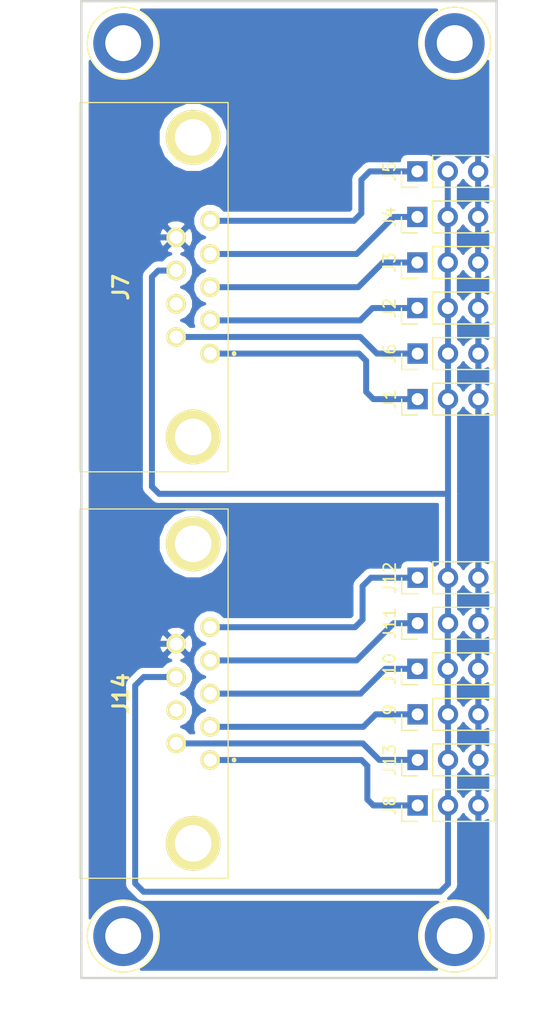
<source format=kicad_pcb>
(kicad_pcb (version 20171130) (host pcbnew "(5.0.0-3-g5ebb6b6)")

  (general
    (thickness 1.6)
    (drawings 4)
    (tracks 98)
    (zones 0)
    (modules 18)
    (nets 17)
  )

  (page A4)
  (layers
    (0 F.Cu signal)
    (31 B.Cu signal)
    (32 B.Adhes user)
    (33 F.Adhes user)
    (34 B.Paste user)
    (35 F.Paste user)
    (36 B.SilkS user hide)
    (37 F.SilkS user)
    (38 B.Mask user hide)
    (39 F.Mask user hide)
    (40 Dwgs.User user)
    (41 Cmts.User user)
    (42 Eco1.User user)
    (43 Eco2.User user)
    (44 Edge.Cuts user)
    (45 Margin user)
    (46 B.CrtYd user)
    (47 F.CrtYd user)
    (48 B.Fab user)
    (49 F.Fab user)
  )

  (setup
    (last_trace_width 0.5)
    (trace_clearance 0.2)
    (zone_clearance 0.508)
    (zone_45_only no)
    (trace_min 0.2)
    (segment_width 0.2)
    (edge_width 0.15)
    (via_size 1.3)
    (via_drill 0.7)
    (via_min_size 0.4)
    (via_min_drill 0.3)
    (uvia_size 0.3)
    (uvia_drill 0.1)
    (uvias_allowed no)
    (uvia_min_size 0.2)
    (uvia_min_drill 0.1)
    (pcb_text_width 0.3)
    (pcb_text_size 1.5 1.5)
    (mod_edge_width 0.15)
    (mod_text_size 1 1)
    (mod_text_width 0.15)
    (pad_size 5 5)
    (pad_drill 3)
    (pad_to_mask_clearance 0.2)
    (aux_axis_origin 0 0)
    (visible_elements FFFFFF7F)
    (pcbplotparams
      (layerselection 0x010fc_ffffffff)
      (usegerberextensions false)
      (usegerberattributes false)
      (usegerberadvancedattributes false)
      (creategerberjobfile false)
      (excludeedgelayer true)
      (linewidth 0.100000)
      (plotframeref false)
      (viasonmask false)
      (mode 1)
      (useauxorigin false)
      (hpglpennumber 1)
      (hpglpenspeed 20)
      (hpglpendiameter 15.000000)
      (psnegative false)
      (psa4output false)
      (plotreference true)
      (plotvalue true)
      (plotinvisibletext false)
      (padsonsilk false)
      (subtractmaskfromsilk false)
      (outputformat 1)
      (mirror false)
      (drillshape 1)
      (scaleselection 1)
      (outputdirectory ""))
  )

  (net 0 "")
  (net 1 "Net-(J1-Pad1)")
  (net 2 +12V)
  (net 3 GND)
  (net 4 "Net-(J2-Pad1)")
  (net 5 "Net-(J3-Pad1)")
  (net 6 "Net-(J4-Pad1)")
  (net 7 "Net-(J5-Pad1)")
  (net 8 "Net-(J6-Pad1)")
  (net 9 "Net-(J7-Pad7)")
  (net 10 "Net-(J14-Pad1)")
  (net 11 "Net-(J14-Pad2)")
  (net 12 "Net-(J10-Pad1)")
  (net 13 "Net-(J11-Pad1)")
  (net 14 "Net-(J12-Pad1)")
  (net 15 "Net-(J13-Pad1)")
  (net 16 "Net-(J14-Pad7)")

  (net_class Default "This is the default net class."
    (clearance 0.2)
    (trace_width 0.5)
    (via_dia 1.3)
    (via_drill 0.7)
    (uvia_dia 0.3)
    (uvia_drill 0.1)
    (add_net +12V)
    (add_net GND)
    (add_net "Net-(J1-Pad1)")
    (add_net "Net-(J10-Pad1)")
    (add_net "Net-(J11-Pad1)")
    (add_net "Net-(J12-Pad1)")
    (add_net "Net-(J13-Pad1)")
    (add_net "Net-(J14-Pad1)")
    (add_net "Net-(J14-Pad2)")
    (add_net "Net-(J14-Pad7)")
    (add_net "Net-(J2-Pad1)")
    (add_net "Net-(J3-Pad1)")
    (add_net "Net-(J4-Pad1)")
    (add_net "Net-(J5-Pad1)")
    (add_net "Net-(J6-Pad1)")
    (add_net "Net-(J7-Pad7)")
  )

  (module Connector:Banana_Jack_1Pin (layer F.Cu) (tedit 5DA7001B) (tstamp 5DB36151)
    (at 59.2 92)
    (descr "Single banana socket, footprint - 6mm drill")
    (tags "banana socket")
    (fp_text reference REF** (at 0.5 0) (layer F.SilkS) hide
      (effects (font (size 1 1) (thickness 0.15)))
    )
    (fp_text value Banana_Jack_1Pin (at -0.25 6.5) (layer F.Fab)
      (effects (font (size 1 1) (thickness 0.15)))
    )
    (fp_text user %R (at 0 0) (layer F.Fab)
      (effects (font (size 0.8 0.8) (thickness 0.12)))
    )
    (fp_circle (center 0 0) (end 3.3 0) (layer F.CrtYd) (width 0.05))
    (fp_circle (center 0 0) (end 2 0) (layer F.Fab) (width 0.1))
    (fp_circle (center 0 0) (end 3.2 0) (layer F.Fab) (width 0.1))
    (fp_circle (center 0 0) (end 3 0) (layer F.SilkS) (width 0.12))
    (pad 3 thru_hole circle (at 0 0) (size 5 5) (drill 3) (layers *.Cu *.Mask))
    (model ${KISYS3DMOD}/Connector.3dshapes/Banana_Jack_1Pin.wrl
      (at (xyz 0 0 0))
      (scale (xyz 2 2 2))
      (rotate (xyz 0 0 0))
    )
  )

  (module Connector:Banana_Jack_1Pin (layer F.Cu) (tedit 5DA70027) (tstamp 5DB36148)
    (at 31.5 92)
    (descr "Single banana socket, footprint - 6mm drill")
    (tags "banana socket")
    (fp_text reference REF** (at 0 0) (layer F.SilkS) hide
      (effects (font (size 1 1) (thickness 0.15)))
    )
    (fp_text value Banana_Jack_1Pin (at -0.25 6.5) (layer F.Fab)
      (effects (font (size 1 1) (thickness 0.15)))
    )
    (fp_circle (center 0 0) (end 3 0) (layer F.SilkS) (width 0.12))
    (fp_circle (center 0 0) (end 3.2 0) (layer F.Fab) (width 0.1))
    (fp_circle (center 0 0) (end 2 0) (layer F.Fab) (width 0.1))
    (fp_circle (center 0 0) (end 3.3 0) (layer F.CrtYd) (width 0.05))
    (fp_text user %R (at 0 0) (layer F.Fab)
      (effects (font (size 0.8 0.8) (thickness 0.12)))
    )
    (pad 4 thru_hole circle (at 0 0) (size 5 5) (drill 3) (layers *.Cu *.Mask))
    (model ${KISYS3DMOD}/Connector.3dshapes/Banana_Jack_1Pin.wrl
      (at (xyz 0 0 0))
      (scale (xyz 2 2 2))
      (rotate (xyz 0 0 0))
    )
  )

  (module Connector:Banana_Jack_1Pin (layer F.Cu) (tedit 5DA70011) (tstamp 5DB36122)
    (at 59.2 17.5)
    (descr "Single banana socket, footprint - 6mm drill")
    (tags "banana socket")
    (fp_text reference "#" (at 0 0) (layer F.SilkS) hide
      (effects (font (size 1 1) (thickness 0.15)))
    )
    (fp_text value Banana_Jack_1Pin (at -0.25 6.5) (layer F.Fab)
      (effects (font (size 1 1) (thickness 0.15)))
    )
    (fp_circle (center 0 0) (end 3 0) (layer F.SilkS) (width 0.12))
    (fp_circle (center 0 0) (end 3.2 0) (layer F.Fab) (width 0.1))
    (fp_circle (center 0 0) (end 2 0) (layer F.Fab) (width 0.1))
    (fp_circle (center 0 0) (end 3.3 0) (layer F.CrtYd) (width 0.05))
    (fp_text user %R (at 0 0) (layer F.Fab)
      (effects (font (size 0.8 0.8) (thickness 0.12)))
    )
    (pad 2 thru_hole circle (at 0 0) (size 5 5) (drill 3) (layers *.Cu *.Mask))
    (model ${KISYS3DMOD}/Connector.3dshapes/Banana_Jack_1Pin.wrl
      (at (xyz 0 0 0))
      (scale (xyz 2 2 2))
      (rotate (xyz 0 0 0))
    )
  )

  (module Connector_PinHeader_2.54mm:PinHeader_1x03_P2.54mm_Vertical (layer F.Cu) (tedit 5DA6FA29) (tstamp 5DA71E27)
    (at 56.1 47.2 90)
    (descr "Through hole straight pin header, 1x03, 2.54mm pitch, single row")
    (tags "Through hole pin header THT 1x03 2.54mm single row")
    (path /5DA6E55B)
    (fp_text reference J1 (at 0 -2.33 90) (layer F.SilkS)
      (effects (font (size 1 1) (thickness 0.15)))
    )
    (fp_text value Conn_01x03_Male (at 0 7.41 90) (layer F.Fab) hide
      (effects (font (size 1 1) (thickness 0.15)))
    )
    (fp_line (start -0.635 -1.27) (end 1.27 -1.27) (layer F.Fab) (width 0.1))
    (fp_line (start 1.27 -1.27) (end 1.27 6.35) (layer F.Fab) (width 0.1))
    (fp_line (start 1.27 6.35) (end -1.27 6.35) (layer F.Fab) (width 0.1))
    (fp_line (start -1.27 6.35) (end -1.27 -0.635) (layer F.Fab) (width 0.1))
    (fp_line (start -1.27 -0.635) (end -0.635 -1.27) (layer F.Fab) (width 0.1))
    (fp_line (start -1.33 6.41) (end 1.33 6.41) (layer F.SilkS) (width 0.12))
    (fp_line (start -1.33 1.27) (end -1.33 6.41) (layer F.SilkS) (width 0.12))
    (fp_line (start 1.33 1.27) (end 1.33 6.41) (layer F.SilkS) (width 0.12))
    (fp_line (start -1.33 1.27) (end 1.33 1.27) (layer F.SilkS) (width 0.12))
    (fp_line (start -1.33 0) (end -1.33 -1.33) (layer F.SilkS) (width 0.12))
    (fp_line (start -1.33 -1.33) (end 0 -1.33) (layer F.SilkS) (width 0.12))
    (fp_line (start -1.8 -1.8) (end -1.8 6.85) (layer F.CrtYd) (width 0.05))
    (fp_line (start -1.8 6.85) (end 1.8 6.85) (layer F.CrtYd) (width 0.05))
    (fp_line (start 1.8 6.85) (end 1.8 -1.8) (layer F.CrtYd) (width 0.05))
    (fp_line (start 1.8 -1.8) (end -1.8 -1.8) (layer F.CrtYd) (width 0.05))
    (fp_text user %R (at 0 2.54 180) (layer F.Fab)
      (effects (font (size 1 1) (thickness 0.15)))
    )
    (pad 1 thru_hole rect (at 0 0 90) (size 1.7 1.7) (drill 1) (layers *.Cu *.Mask)
      (net 1 "Net-(J1-Pad1)"))
    (pad 2 thru_hole oval (at 0 2.54 90) (size 1.7 1.7) (drill 1) (layers *.Cu *.Mask)
      (net 2 +12V))
    (pad 3 thru_hole oval (at 0 5.08 90) (size 1.7 1.7) (drill 1) (layers *.Cu *.Mask)
      (net 3 GND))
    (model ${KISYS3DMOD}/Connector_PinHeader_2.54mm.3dshapes/PinHeader_1x03_P2.54mm_Vertical.wrl
      (at (xyz 0 0 0))
      (scale (xyz 1 1 1))
      (rotate (xyz 0 0 0))
    )
  )

  (module Connector_PinHeader_2.54mm:PinHeader_1x03_P2.54mm_Vertical (layer F.Cu) (tedit 59FED5CC) (tstamp 5DA71DE5)
    (at 56.07929 39.6 90)
    (descr "Through hole straight pin header, 1x03, 2.54mm pitch, single row")
    (tags "Through hole pin header THT 1x03 2.54mm single row")
    (path /5DA6E64F)
    (fp_text reference J2 (at 0 -2.33 90) (layer F.SilkS)
      (effects (font (size 1 1) (thickness 0.15)))
    )
    (fp_text value Conn_01x03_Male (at 0 7.41 90) (layer F.Fab)
      (effects (font (size 1 1) (thickness 0.15)))
    )
    (fp_text user %R (at 0 2.54 180) (layer F.Fab)
      (effects (font (size 1 1) (thickness 0.15)))
    )
    (fp_line (start 1.8 -1.8) (end -1.8 -1.8) (layer F.CrtYd) (width 0.05))
    (fp_line (start 1.8 6.85) (end 1.8 -1.8) (layer F.CrtYd) (width 0.05))
    (fp_line (start -1.8 6.85) (end 1.8 6.85) (layer F.CrtYd) (width 0.05))
    (fp_line (start -1.8 -1.8) (end -1.8 6.85) (layer F.CrtYd) (width 0.05))
    (fp_line (start -1.33 -1.33) (end 0 -1.33) (layer F.SilkS) (width 0.12))
    (fp_line (start -1.33 0) (end -1.33 -1.33) (layer F.SilkS) (width 0.12))
    (fp_line (start -1.33 1.27) (end 1.33 1.27) (layer F.SilkS) (width 0.12))
    (fp_line (start 1.33 1.27) (end 1.33 6.41) (layer F.SilkS) (width 0.12))
    (fp_line (start -1.33 1.27) (end -1.33 6.41) (layer F.SilkS) (width 0.12))
    (fp_line (start -1.33 6.41) (end 1.33 6.41) (layer F.SilkS) (width 0.12))
    (fp_line (start -1.27 -0.635) (end -0.635 -1.27) (layer F.Fab) (width 0.1))
    (fp_line (start -1.27 6.35) (end -1.27 -0.635) (layer F.Fab) (width 0.1))
    (fp_line (start 1.27 6.35) (end -1.27 6.35) (layer F.Fab) (width 0.1))
    (fp_line (start 1.27 -1.27) (end 1.27 6.35) (layer F.Fab) (width 0.1))
    (fp_line (start -0.635 -1.27) (end 1.27 -1.27) (layer F.Fab) (width 0.1))
    (pad 3 thru_hole oval (at 0 5.08 90) (size 1.7 1.7) (drill 1) (layers *.Cu *.Mask)
      (net 3 GND))
    (pad 2 thru_hole oval (at 0 2.54 90) (size 1.7 1.7) (drill 1) (layers *.Cu *.Mask)
      (net 2 +12V))
    (pad 1 thru_hole rect (at 0 0 90) (size 1.7 1.7) (drill 1) (layers *.Cu *.Mask)
      (net 4 "Net-(J2-Pad1)"))
    (model ${KISYS3DMOD}/Connector_PinHeader_2.54mm.3dshapes/PinHeader_1x03_P2.54mm_Vertical.wrl
      (at (xyz 0 0 0))
      (scale (xyz 1 1 1))
      (rotate (xyz 0 0 0))
    )
  )

  (module Connector_PinHeader_2.54mm:PinHeader_1x03_P2.54mm_Vertical (layer F.Cu) (tedit 59FED5CC) (tstamp 5DA71D61)
    (at 56.07929 35.8 90)
    (descr "Through hole straight pin header, 1x03, 2.54mm pitch, single row")
    (tags "Through hole pin header THT 1x03 2.54mm single row")
    (path /5DA6E69B)
    (fp_text reference J3 (at 0 -2.33 90) (layer F.SilkS)
      (effects (font (size 1 1) (thickness 0.15)))
    )
    (fp_text value Conn_01x03_Male (at 0 7.41 90) (layer F.Fab)
      (effects (font (size 1 1) (thickness 0.15)))
    )
    (fp_line (start -0.635 -1.27) (end 1.27 -1.27) (layer F.Fab) (width 0.1))
    (fp_line (start 1.27 -1.27) (end 1.27 6.35) (layer F.Fab) (width 0.1))
    (fp_line (start 1.27 6.35) (end -1.27 6.35) (layer F.Fab) (width 0.1))
    (fp_line (start -1.27 6.35) (end -1.27 -0.635) (layer F.Fab) (width 0.1))
    (fp_line (start -1.27 -0.635) (end -0.635 -1.27) (layer F.Fab) (width 0.1))
    (fp_line (start -1.33 6.41) (end 1.33 6.41) (layer F.SilkS) (width 0.12))
    (fp_line (start -1.33 1.27) (end -1.33 6.41) (layer F.SilkS) (width 0.12))
    (fp_line (start 1.33 1.27) (end 1.33 6.41) (layer F.SilkS) (width 0.12))
    (fp_line (start -1.33 1.27) (end 1.33 1.27) (layer F.SilkS) (width 0.12))
    (fp_line (start -1.33 0) (end -1.33 -1.33) (layer F.SilkS) (width 0.12))
    (fp_line (start -1.33 -1.33) (end 0 -1.33) (layer F.SilkS) (width 0.12))
    (fp_line (start -1.8 -1.8) (end -1.8 6.85) (layer F.CrtYd) (width 0.05))
    (fp_line (start -1.8 6.85) (end 1.8 6.85) (layer F.CrtYd) (width 0.05))
    (fp_line (start 1.8 6.85) (end 1.8 -1.8) (layer F.CrtYd) (width 0.05))
    (fp_line (start 1.8 -1.8) (end -1.8 -1.8) (layer F.CrtYd) (width 0.05))
    (fp_text user %R (at 0 2.54 180) (layer F.Fab)
      (effects (font (size 1 1) (thickness 0.15)))
    )
    (pad 1 thru_hole rect (at 0 0 90) (size 1.7 1.7) (drill 1) (layers *.Cu *.Mask)
      (net 5 "Net-(J3-Pad1)"))
    (pad 2 thru_hole oval (at 0 2.54 90) (size 1.7 1.7) (drill 1) (layers *.Cu *.Mask)
      (net 2 +12V))
    (pad 3 thru_hole oval (at 0 5.08 90) (size 1.7 1.7) (drill 1) (layers *.Cu *.Mask)
      (net 3 GND))
    (model ${KISYS3DMOD}/Connector_PinHeader_2.54mm.3dshapes/PinHeader_1x03_P2.54mm_Vertical.wrl
      (at (xyz 0 0 0))
      (scale (xyz 1 1 1))
      (rotate (xyz 0 0 0))
    )
  )

  (module Connector_PinHeader_2.54mm:PinHeader_1x03_P2.54mm_Vertical (layer F.Cu) (tedit 59FED5CC) (tstamp 5DA71DA3)
    (at 56.07929 32 90)
    (descr "Through hole straight pin header, 1x03, 2.54mm pitch, single row")
    (tags "Through hole pin header THT 1x03 2.54mm single row")
    (path /5DA6E6A1)
    (fp_text reference J4 (at 0 -2.33 90) (layer F.SilkS)
      (effects (font (size 1 1) (thickness 0.15)))
    )
    (fp_text value Conn_01x03_Male (at 0 7.41 90) (layer F.Fab)
      (effects (font (size 1 1) (thickness 0.15)))
    )
    (fp_text user %R (at 0 2.54 180) (layer F.Fab)
      (effects (font (size 1 1) (thickness 0.15)))
    )
    (fp_line (start 1.8 -1.8) (end -1.8 -1.8) (layer F.CrtYd) (width 0.05))
    (fp_line (start 1.8 6.85) (end 1.8 -1.8) (layer F.CrtYd) (width 0.05))
    (fp_line (start -1.8 6.85) (end 1.8 6.85) (layer F.CrtYd) (width 0.05))
    (fp_line (start -1.8 -1.8) (end -1.8 6.85) (layer F.CrtYd) (width 0.05))
    (fp_line (start -1.33 -1.33) (end 0 -1.33) (layer F.SilkS) (width 0.12))
    (fp_line (start -1.33 0) (end -1.33 -1.33) (layer F.SilkS) (width 0.12))
    (fp_line (start -1.33 1.27) (end 1.33 1.27) (layer F.SilkS) (width 0.12))
    (fp_line (start 1.33 1.27) (end 1.33 6.41) (layer F.SilkS) (width 0.12))
    (fp_line (start -1.33 1.27) (end -1.33 6.41) (layer F.SilkS) (width 0.12))
    (fp_line (start -1.33 6.41) (end 1.33 6.41) (layer F.SilkS) (width 0.12))
    (fp_line (start -1.27 -0.635) (end -0.635 -1.27) (layer F.Fab) (width 0.1))
    (fp_line (start -1.27 6.35) (end -1.27 -0.635) (layer F.Fab) (width 0.1))
    (fp_line (start 1.27 6.35) (end -1.27 6.35) (layer F.Fab) (width 0.1))
    (fp_line (start 1.27 -1.27) (end 1.27 6.35) (layer F.Fab) (width 0.1))
    (fp_line (start -0.635 -1.27) (end 1.27 -1.27) (layer F.Fab) (width 0.1))
    (pad 3 thru_hole oval (at 0 5.08 90) (size 1.7 1.7) (drill 1) (layers *.Cu *.Mask)
      (net 3 GND))
    (pad 2 thru_hole oval (at 0 2.54 90) (size 1.7 1.7) (drill 1) (layers *.Cu *.Mask)
      (net 2 +12V))
    (pad 1 thru_hole rect (at 0 0 90) (size 1.7 1.7) (drill 1) (layers *.Cu *.Mask)
      (net 6 "Net-(J4-Pad1)"))
    (model ${KISYS3DMOD}/Connector_PinHeader_2.54mm.3dshapes/PinHeader_1x03_P2.54mm_Vertical.wrl
      (at (xyz 0 0 0))
      (scale (xyz 1 1 1))
      (rotate (xyz 0 0 0))
    )
  )

  (module Connector_PinHeader_2.54mm:PinHeader_1x03_P2.54mm_Vertical (layer F.Cu) (tedit 59FED5CC) (tstamp 5DA71D1F)
    (at 56.07929 28.2 90)
    (descr "Through hole straight pin header, 1x03, 2.54mm pitch, single row")
    (tags "Through hole pin header THT 1x03 2.54mm single row")
    (path /5DA6E6FD)
    (fp_text reference J5 (at 0 -2.33 90) (layer F.SilkS)
      (effects (font (size 1 1) (thickness 0.15)))
    )
    (fp_text value Conn_01x03_Male (at 0 7.41 90) (layer F.Fab)
      (effects (font (size 1 1) (thickness 0.15)))
    )
    (fp_line (start -0.635 -1.27) (end 1.27 -1.27) (layer F.Fab) (width 0.1))
    (fp_line (start 1.27 -1.27) (end 1.27 6.35) (layer F.Fab) (width 0.1))
    (fp_line (start 1.27 6.35) (end -1.27 6.35) (layer F.Fab) (width 0.1))
    (fp_line (start -1.27 6.35) (end -1.27 -0.635) (layer F.Fab) (width 0.1))
    (fp_line (start -1.27 -0.635) (end -0.635 -1.27) (layer F.Fab) (width 0.1))
    (fp_line (start -1.33 6.41) (end 1.33 6.41) (layer F.SilkS) (width 0.12))
    (fp_line (start -1.33 1.27) (end -1.33 6.41) (layer F.SilkS) (width 0.12))
    (fp_line (start 1.33 1.27) (end 1.33 6.41) (layer F.SilkS) (width 0.12))
    (fp_line (start -1.33 1.27) (end 1.33 1.27) (layer F.SilkS) (width 0.12))
    (fp_line (start -1.33 0) (end -1.33 -1.33) (layer F.SilkS) (width 0.12))
    (fp_line (start -1.33 -1.33) (end 0 -1.33) (layer F.SilkS) (width 0.12))
    (fp_line (start -1.8 -1.8) (end -1.8 6.85) (layer F.CrtYd) (width 0.05))
    (fp_line (start -1.8 6.85) (end 1.8 6.85) (layer F.CrtYd) (width 0.05))
    (fp_line (start 1.8 6.85) (end 1.8 -1.8) (layer F.CrtYd) (width 0.05))
    (fp_line (start 1.8 -1.8) (end -1.8 -1.8) (layer F.CrtYd) (width 0.05))
    (fp_text user %R (at 0 2.54 180) (layer F.Fab)
      (effects (font (size 1 1) (thickness 0.15)))
    )
    (pad 1 thru_hole rect (at 0 0 90) (size 1.7 1.7) (drill 1) (layers *.Cu *.Mask)
      (net 7 "Net-(J5-Pad1)"))
    (pad 2 thru_hole oval (at 0 2.54 90) (size 1.7 1.7) (drill 1) (layers *.Cu *.Mask)
      (net 2 +12V))
    (pad 3 thru_hole oval (at 0 5.08 90) (size 1.7 1.7) (drill 1) (layers *.Cu *.Mask)
      (net 3 GND))
    (model ${KISYS3DMOD}/Connector_PinHeader_2.54mm.3dshapes/PinHeader_1x03_P2.54mm_Vertical.wrl
      (at (xyz 0 0 0))
      (scale (xyz 1 1 1))
      (rotate (xyz 0 0 0))
    )
  )

  (module Connector_PinHeader_2.54mm:PinHeader_1x03_P2.54mm_Vertical (layer F.Cu) (tedit 59FED5CC) (tstamp 5DA71CDD)
    (at 56.1 43.4 90)
    (descr "Through hole straight pin header, 1x03, 2.54mm pitch, single row")
    (tags "Through hole pin header THT 1x03 2.54mm single row")
    (path /5DA6E703)
    (fp_text reference J6 (at 0 -2.33 90) (layer F.SilkS)
      (effects (font (size 1 1) (thickness 0.15)))
    )
    (fp_text value Conn_01x03_Male (at 0 7.41 90) (layer F.Fab)
      (effects (font (size 1 1) (thickness 0.15)))
    )
    (fp_text user %R (at 0 2.54 180) (layer F.Fab)
      (effects (font (size 1 1) (thickness 0.15)))
    )
    (fp_line (start 1.8 -1.8) (end -1.8 -1.8) (layer F.CrtYd) (width 0.05))
    (fp_line (start 1.8 6.85) (end 1.8 -1.8) (layer F.CrtYd) (width 0.05))
    (fp_line (start -1.8 6.85) (end 1.8 6.85) (layer F.CrtYd) (width 0.05))
    (fp_line (start -1.8 -1.8) (end -1.8 6.85) (layer F.CrtYd) (width 0.05))
    (fp_line (start -1.33 -1.33) (end 0 -1.33) (layer F.SilkS) (width 0.12))
    (fp_line (start -1.33 0) (end -1.33 -1.33) (layer F.SilkS) (width 0.12))
    (fp_line (start -1.33 1.27) (end 1.33 1.27) (layer F.SilkS) (width 0.12))
    (fp_line (start 1.33 1.27) (end 1.33 6.41) (layer F.SilkS) (width 0.12))
    (fp_line (start -1.33 1.27) (end -1.33 6.41) (layer F.SilkS) (width 0.12))
    (fp_line (start -1.33 6.41) (end 1.33 6.41) (layer F.SilkS) (width 0.12))
    (fp_line (start -1.27 -0.635) (end -0.635 -1.27) (layer F.Fab) (width 0.1))
    (fp_line (start -1.27 6.35) (end -1.27 -0.635) (layer F.Fab) (width 0.1))
    (fp_line (start 1.27 6.35) (end -1.27 6.35) (layer F.Fab) (width 0.1))
    (fp_line (start 1.27 -1.27) (end 1.27 6.35) (layer F.Fab) (width 0.1))
    (fp_line (start -0.635 -1.27) (end 1.27 -1.27) (layer F.Fab) (width 0.1))
    (pad 3 thru_hole oval (at 0 5.08 90) (size 1.7 1.7) (drill 1) (layers *.Cu *.Mask)
      (net 3 GND))
    (pad 2 thru_hole oval (at 0 2.54 90) (size 1.7 1.7) (drill 1) (layers *.Cu *.Mask)
      (net 2 +12V))
    (pad 1 thru_hole rect (at 0 0 90) (size 1.7 1.7) (drill 1) (layers *.Cu *.Mask)
      (net 8 "Net-(J6-Pad1)"))
    (model ${KISYS3DMOD}/Connector_PinHeader_2.54mm.3dshapes/PinHeader_1x03_P2.54mm_Vertical.wrl
      (at (xyz 0 0 0))
      (scale (xyz 1 1 1))
      (rotate (xyz 0 0 0))
    )
  )

  (module "DB9 Connector:182009213R531" (layer F.Cu) (tedit 5DA6F8FE) (tstamp 5DA71C83)
    (at 38.76429 43.400481 270)
    (descr 182-009-213R531-1)
    (tags Connector)
    (path /5DA6E837)
    (fp_text reference J7 (at -5.54 7.455 270) (layer F.SilkS)
      (effects (font (size 1.27 1.27) (thickness 0.254)))
    )
    (fp_text value DB9_Female (at -5.54 7.455 270) (layer F.SilkS) hide
      (effects (font (size 1.27 1.27) (thickness 0.254)))
    )
    (fp_line (start -20.945 -1.5) (end 9.865 -1.5) (layer Dwgs.User) (width 0.2))
    (fp_line (start 9.865 -1.5) (end 9.865 10.92) (layer Dwgs.User) (width 0.2))
    (fp_line (start 9.865 10.92) (end -20.945 10.92) (layer Dwgs.User) (width 0.2))
    (fp_line (start -20.945 10.92) (end -20.945 -1.5) (layer Dwgs.User) (width 0.2))
    (fp_line (start -13.69 10.92) (end 2.61 10.92) (layer Dwgs.User) (width 0.2))
    (fp_line (start 2.61 10.92) (end 2.61 17.01) (layer Dwgs.User) (width 0.2))
    (fp_line (start 2.61 17.01) (end -13.69 17.01) (layer Dwgs.User) (width 0.2))
    (fp_line (start -13.69 17.01) (end -13.69 10.92) (layer Dwgs.User) (width 0.2))
    (fp_line (start -20.945 -1.5) (end 9.865 -1.5) (layer F.SilkS) (width 0.1))
    (fp_line (start 9.865 -1.5) (end 9.865 10.92) (layer F.SilkS) (width 0.1))
    (fp_line (start 9.865 10.92) (end -20.945 10.92) (layer F.SilkS) (width 0.1))
    (fp_line (start -20.945 10.92) (end -20.945 -1.5) (layer F.SilkS) (width 0.1))
    (fp_line (start -21.445 -2.6) (end 10.365 -2.6) (layer Dwgs.User) (width 0.1))
    (fp_line (start 10.365 -2.6) (end 10.365 17.51) (layer Dwgs.User) (width 0.1))
    (fp_line (start 10.365 17.51) (end -21.445 17.51) (layer Dwgs.User) (width 0.1))
    (fp_line (start -21.445 17.51) (end -21.445 -2.6) (layer Dwgs.User) (width 0.1))
    (fp_line (start -0.1 -2) (end -0.1 -2) (layer F.SilkS) (width 0.2))
    (fp_line (start 0.1 -2) (end 0.1 -2) (layer F.SilkS) (width 0.2))
    (fp_arc (start 0 -2) (end -0.1 -2) (angle -180) (layer F.SilkS) (width 0.2))
    (fp_arc (start 0 -2) (end 0.1 -2) (angle -180) (layer F.SilkS) (width 0.2))
    (pad 1 thru_hole circle (at 0 0) (size 1.635 1.635) (drill 1.09) (layers *.Cu *.Mask F.SilkS)
      (net 1 "Net-(J1-Pad1)"))
    (pad 2 thru_hole circle (at -2.77 0) (size 1.635 1.635) (drill 1.09) (layers *.Cu *.Mask F.SilkS)
      (net 4 "Net-(J2-Pad1)"))
    (pad 3 thru_hole circle (at -5.54 0) (size 1.635 1.635) (drill 1.09) (layers *.Cu *.Mask F.SilkS)
      (net 5 "Net-(J3-Pad1)"))
    (pad 4 thru_hole circle (at -8.31 0) (size 1.635 1.635) (drill 1.09) (layers *.Cu *.Mask F.SilkS)
      (net 6 "Net-(J4-Pad1)"))
    (pad 5 thru_hole circle (at -11.08 0) (size 1.635 1.635) (drill 1.09) (layers *.Cu *.Mask F.SilkS)
      (net 7 "Net-(J5-Pad1)"))
    (pad 6 thru_hole circle (at -1.385 2.84) (size 1.635 1.635) (drill 1.09) (layers *.Cu *.Mask F.SilkS)
      (net 8 "Net-(J6-Pad1)"))
    (pad 7 thru_hole circle (at -4.155 2.84) (size 1.635 1.635) (drill 1.09) (layers *.Cu *.Mask F.SilkS)
      (net 9 "Net-(J7-Pad7)"))
    (pad 8 thru_hole circle (at -6.925 2.84) (size 1.635 1.635) (drill 1.09) (layers *.Cu *.Mask F.SilkS)
      (net 2 +12V))
    (pad 9 thru_hole circle (at -9.695 2.84) (size 1.635 1.635) (drill 1.09) (layers *.Cu *.Mask F.SilkS)
      (net 3 GND))
    (pad MH1 thru_hole circle (at 6.955 1.42) (size 4.575 4.575) (drill 3.05) (layers *.Cu *.Mask F.SilkS))
    (pad MH2 thru_hole circle (at -18.035 1.42) (size 4.575 4.575) (drill 3.05) (layers *.Cu *.Mask F.SilkS))
  )

  (module Connector_PinHeader_2.54mm:PinHeader_1x03_P2.54mm_Vertical (layer F.Cu) (tedit 59FED5CC) (tstamp 5DA7102B)
    (at 56.1 81.1 90)
    (descr "Through hole straight pin header, 1x03, 2.54mm pitch, single row")
    (tags "Through hole pin header THT 1x03 2.54mm single row")
    (path /5DA7C851)
    (fp_text reference J8 (at 0 -2.33 90) (layer F.SilkS)
      (effects (font (size 1 1) (thickness 0.15)))
    )
    (fp_text value Conn_01x03_Male (at 0 7.41 90) (layer F.Fab)
      (effects (font (size 1 1) (thickness 0.15)))
    )
    (fp_line (start -0.635 -1.27) (end 1.27 -1.27) (layer F.Fab) (width 0.1))
    (fp_line (start 1.27 -1.27) (end 1.27 6.35) (layer F.Fab) (width 0.1))
    (fp_line (start 1.27 6.35) (end -1.27 6.35) (layer F.Fab) (width 0.1))
    (fp_line (start -1.27 6.35) (end -1.27 -0.635) (layer F.Fab) (width 0.1))
    (fp_line (start -1.27 -0.635) (end -0.635 -1.27) (layer F.Fab) (width 0.1))
    (fp_line (start -1.33 6.41) (end 1.33 6.41) (layer F.SilkS) (width 0.12))
    (fp_line (start -1.33 1.27) (end -1.33 6.41) (layer F.SilkS) (width 0.12))
    (fp_line (start 1.33 1.27) (end 1.33 6.41) (layer F.SilkS) (width 0.12))
    (fp_line (start -1.33 1.27) (end 1.33 1.27) (layer F.SilkS) (width 0.12))
    (fp_line (start -1.33 0) (end -1.33 -1.33) (layer F.SilkS) (width 0.12))
    (fp_line (start -1.33 -1.33) (end 0 -1.33) (layer F.SilkS) (width 0.12))
    (fp_line (start -1.8 -1.8) (end -1.8 6.85) (layer F.CrtYd) (width 0.05))
    (fp_line (start -1.8 6.85) (end 1.8 6.85) (layer F.CrtYd) (width 0.05))
    (fp_line (start 1.8 6.85) (end 1.8 -1.8) (layer F.CrtYd) (width 0.05))
    (fp_line (start 1.8 -1.8) (end -1.8 -1.8) (layer F.CrtYd) (width 0.05))
    (fp_text user %R (at 0 2.54 180) (layer F.Fab)
      (effects (font (size 1 1) (thickness 0.15)))
    )
    (pad 1 thru_hole rect (at 0 0 90) (size 1.7 1.7) (drill 1) (layers *.Cu *.Mask)
      (net 10 "Net-(J14-Pad1)"))
    (pad 2 thru_hole oval (at 0 2.54 90) (size 1.7 1.7) (drill 1) (layers *.Cu *.Mask)
      (net 2 +12V))
    (pad 3 thru_hole oval (at 0 5.08 90) (size 1.7 1.7) (drill 1) (layers *.Cu *.Mask)
      (net 3 GND))
    (model ${KISYS3DMOD}/Connector_PinHeader_2.54mm.3dshapes/PinHeader_1x03_P2.54mm_Vertical.wrl
      (at (xyz 0 0 0))
      (scale (xyz 1 1 1))
      (rotate (xyz 0 0 0))
    )
  )

  (module Connector_PinHeader_2.54mm:PinHeader_1x03_P2.54mm_Vertical (layer F.Cu) (tedit 59FED5CC) (tstamp 5DA6FE1E)
    (at 56.1 73.5 90)
    (descr "Through hole straight pin header, 1x03, 2.54mm pitch, single row")
    (tags "Through hole pin header THT 1x03 2.54mm single row")
    (path /5DA7C857)
    (fp_text reference J9 (at 0 -2.33 90) (layer F.SilkS)
      (effects (font (size 1 1) (thickness 0.15)))
    )
    (fp_text value Conn_01x03_Male (at 0 7.41 90) (layer F.Fab)
      (effects (font (size 1 1) (thickness 0.15)))
    )
    (fp_text user %R (at 0 2.54 180) (layer F.Fab)
      (effects (font (size 1 1) (thickness 0.15)))
    )
    (fp_line (start 1.8 -1.8) (end -1.8 -1.8) (layer F.CrtYd) (width 0.05))
    (fp_line (start 1.8 6.85) (end 1.8 -1.8) (layer F.CrtYd) (width 0.05))
    (fp_line (start -1.8 6.85) (end 1.8 6.85) (layer F.CrtYd) (width 0.05))
    (fp_line (start -1.8 -1.8) (end -1.8 6.85) (layer F.CrtYd) (width 0.05))
    (fp_line (start -1.33 -1.33) (end 0 -1.33) (layer F.SilkS) (width 0.12))
    (fp_line (start -1.33 0) (end -1.33 -1.33) (layer F.SilkS) (width 0.12))
    (fp_line (start -1.33 1.27) (end 1.33 1.27) (layer F.SilkS) (width 0.12))
    (fp_line (start 1.33 1.27) (end 1.33 6.41) (layer F.SilkS) (width 0.12))
    (fp_line (start -1.33 1.27) (end -1.33 6.41) (layer F.SilkS) (width 0.12))
    (fp_line (start -1.33 6.41) (end 1.33 6.41) (layer F.SilkS) (width 0.12))
    (fp_line (start -1.27 -0.635) (end -0.635 -1.27) (layer F.Fab) (width 0.1))
    (fp_line (start -1.27 6.35) (end -1.27 -0.635) (layer F.Fab) (width 0.1))
    (fp_line (start 1.27 6.35) (end -1.27 6.35) (layer F.Fab) (width 0.1))
    (fp_line (start 1.27 -1.27) (end 1.27 6.35) (layer F.Fab) (width 0.1))
    (fp_line (start -0.635 -1.27) (end 1.27 -1.27) (layer F.Fab) (width 0.1))
    (pad 3 thru_hole oval (at 0 5.08 90) (size 1.7 1.7) (drill 1) (layers *.Cu *.Mask)
      (net 3 GND))
    (pad 2 thru_hole oval (at 0 2.54 90) (size 1.7 1.7) (drill 1) (layers *.Cu *.Mask)
      (net 2 +12V))
    (pad 1 thru_hole rect (at 0 0 90) (size 1.7 1.7) (drill 1) (layers *.Cu *.Mask)
      (net 11 "Net-(J14-Pad2)"))
    (model ${KISYS3DMOD}/Connector_PinHeader_2.54mm.3dshapes/PinHeader_1x03_P2.54mm_Vertical.wrl
      (at (xyz 0 0 0))
      (scale (xyz 1 1 1))
      (rotate (xyz 0 0 0))
    )
  )

  (module Connector_PinHeader_2.54mm:PinHeader_1x03_P2.54mm_Vertical (layer F.Cu) (tedit 59FED5CC) (tstamp 5DA6FE35)
    (at 56.07929 69.7 90)
    (descr "Through hole straight pin header, 1x03, 2.54mm pitch, single row")
    (tags "Through hole pin header THT 1x03 2.54mm single row")
    (path /5DA7C85D)
    (fp_text reference J10 (at 0 -2.33 90) (layer F.SilkS)
      (effects (font (size 1 1) (thickness 0.15)))
    )
    (fp_text value Conn_01x03_Male (at 0 7.41 90) (layer F.Fab)
      (effects (font (size 1 1) (thickness 0.15)))
    )
    (fp_line (start -0.635 -1.27) (end 1.27 -1.27) (layer F.Fab) (width 0.1))
    (fp_line (start 1.27 -1.27) (end 1.27 6.35) (layer F.Fab) (width 0.1))
    (fp_line (start 1.27 6.35) (end -1.27 6.35) (layer F.Fab) (width 0.1))
    (fp_line (start -1.27 6.35) (end -1.27 -0.635) (layer F.Fab) (width 0.1))
    (fp_line (start -1.27 -0.635) (end -0.635 -1.27) (layer F.Fab) (width 0.1))
    (fp_line (start -1.33 6.41) (end 1.33 6.41) (layer F.SilkS) (width 0.12))
    (fp_line (start -1.33 1.27) (end -1.33 6.41) (layer F.SilkS) (width 0.12))
    (fp_line (start 1.33 1.27) (end 1.33 6.41) (layer F.SilkS) (width 0.12))
    (fp_line (start -1.33 1.27) (end 1.33 1.27) (layer F.SilkS) (width 0.12))
    (fp_line (start -1.33 0) (end -1.33 -1.33) (layer F.SilkS) (width 0.12))
    (fp_line (start -1.33 -1.33) (end 0 -1.33) (layer F.SilkS) (width 0.12))
    (fp_line (start -1.8 -1.8) (end -1.8 6.85) (layer F.CrtYd) (width 0.05))
    (fp_line (start -1.8 6.85) (end 1.8 6.85) (layer F.CrtYd) (width 0.05))
    (fp_line (start 1.8 6.85) (end 1.8 -1.8) (layer F.CrtYd) (width 0.05))
    (fp_line (start 1.8 -1.8) (end -1.8 -1.8) (layer F.CrtYd) (width 0.05))
    (fp_text user %R (at 0 2.54 180) (layer F.Fab)
      (effects (font (size 1 1) (thickness 0.15)))
    )
    (pad 1 thru_hole rect (at 0 0 90) (size 1.7 1.7) (drill 1) (layers *.Cu *.Mask)
      (net 12 "Net-(J10-Pad1)"))
    (pad 2 thru_hole oval (at 0 2.54 90) (size 1.7 1.7) (drill 1) (layers *.Cu *.Mask)
      (net 2 +12V))
    (pad 3 thru_hole oval (at 0 5.08 90) (size 1.7 1.7) (drill 1) (layers *.Cu *.Mask)
      (net 3 GND))
    (model ${KISYS3DMOD}/Connector_PinHeader_2.54mm.3dshapes/PinHeader_1x03_P2.54mm_Vertical.wrl
      (at (xyz 0 0 0))
      (scale (xyz 1 1 1))
      (rotate (xyz 0 0 0))
    )
  )

  (module Connector_PinHeader_2.54mm:PinHeader_1x03_P2.54mm_Vertical (layer F.Cu) (tedit 59FED5CC) (tstamp 5DA6FE4C)
    (at 56.1 65.9 90)
    (descr "Through hole straight pin header, 1x03, 2.54mm pitch, single row")
    (tags "Through hole pin header THT 1x03 2.54mm single row")
    (path /5DA7C863)
    (fp_text reference J11 (at 0 -2.33 90) (layer F.SilkS)
      (effects (font (size 1 1) (thickness 0.15)))
    )
    (fp_text value Conn_01x03_Male (at 0 7.41 90) (layer F.Fab)
      (effects (font (size 1 1) (thickness 0.15)))
    )
    (fp_text user %R (at 0 2.54 180) (layer F.Fab)
      (effects (font (size 1 1) (thickness 0.15)))
    )
    (fp_line (start 1.8 -1.8) (end -1.8 -1.8) (layer F.CrtYd) (width 0.05))
    (fp_line (start 1.8 6.85) (end 1.8 -1.8) (layer F.CrtYd) (width 0.05))
    (fp_line (start -1.8 6.85) (end 1.8 6.85) (layer F.CrtYd) (width 0.05))
    (fp_line (start -1.8 -1.8) (end -1.8 6.85) (layer F.CrtYd) (width 0.05))
    (fp_line (start -1.33 -1.33) (end 0 -1.33) (layer F.SilkS) (width 0.12))
    (fp_line (start -1.33 0) (end -1.33 -1.33) (layer F.SilkS) (width 0.12))
    (fp_line (start -1.33 1.27) (end 1.33 1.27) (layer F.SilkS) (width 0.12))
    (fp_line (start 1.33 1.27) (end 1.33 6.41) (layer F.SilkS) (width 0.12))
    (fp_line (start -1.33 1.27) (end -1.33 6.41) (layer F.SilkS) (width 0.12))
    (fp_line (start -1.33 6.41) (end 1.33 6.41) (layer F.SilkS) (width 0.12))
    (fp_line (start -1.27 -0.635) (end -0.635 -1.27) (layer F.Fab) (width 0.1))
    (fp_line (start -1.27 6.35) (end -1.27 -0.635) (layer F.Fab) (width 0.1))
    (fp_line (start 1.27 6.35) (end -1.27 6.35) (layer F.Fab) (width 0.1))
    (fp_line (start 1.27 -1.27) (end 1.27 6.35) (layer F.Fab) (width 0.1))
    (fp_line (start -0.635 -1.27) (end 1.27 -1.27) (layer F.Fab) (width 0.1))
    (pad 3 thru_hole oval (at 0 5.08 90) (size 1.7 1.7) (drill 1) (layers *.Cu *.Mask)
      (net 3 GND))
    (pad 2 thru_hole oval (at 0 2.54 90) (size 1.7 1.7) (drill 1) (layers *.Cu *.Mask)
      (net 2 +12V))
    (pad 1 thru_hole rect (at 0 0 90) (size 1.7 1.7) (drill 1) (layers *.Cu *.Mask)
      (net 13 "Net-(J11-Pad1)"))
    (model ${KISYS3DMOD}/Connector_PinHeader_2.54mm.3dshapes/PinHeader_1x03_P2.54mm_Vertical.wrl
      (at (xyz 0 0 0))
      (scale (xyz 1 1 1))
      (rotate (xyz 0 0 0))
    )
  )

  (module Connector_PinHeader_2.54mm:PinHeader_1x03_P2.54mm_Vertical (layer F.Cu) (tedit 59FED5CC) (tstamp 5DA6FE63)
    (at 56.1 62.1 90)
    (descr "Through hole straight pin header, 1x03, 2.54mm pitch, single row")
    (tags "Through hole pin header THT 1x03 2.54mm single row")
    (path /5DA7C869)
    (fp_text reference J12 (at 0 -2.33 90) (layer F.SilkS)
      (effects (font (size 1 1) (thickness 0.15)))
    )
    (fp_text value Conn_01x03_Male (at 0 7.41 90) (layer F.Fab)
      (effects (font (size 1 1) (thickness 0.15)))
    )
    (fp_line (start -0.635 -1.27) (end 1.27 -1.27) (layer F.Fab) (width 0.1))
    (fp_line (start 1.27 -1.27) (end 1.27 6.35) (layer F.Fab) (width 0.1))
    (fp_line (start 1.27 6.35) (end -1.27 6.35) (layer F.Fab) (width 0.1))
    (fp_line (start -1.27 6.35) (end -1.27 -0.635) (layer F.Fab) (width 0.1))
    (fp_line (start -1.27 -0.635) (end -0.635 -1.27) (layer F.Fab) (width 0.1))
    (fp_line (start -1.33 6.41) (end 1.33 6.41) (layer F.SilkS) (width 0.12))
    (fp_line (start -1.33 1.27) (end -1.33 6.41) (layer F.SilkS) (width 0.12))
    (fp_line (start 1.33 1.27) (end 1.33 6.41) (layer F.SilkS) (width 0.12))
    (fp_line (start -1.33 1.27) (end 1.33 1.27) (layer F.SilkS) (width 0.12))
    (fp_line (start -1.33 0) (end -1.33 -1.33) (layer F.SilkS) (width 0.12))
    (fp_line (start -1.33 -1.33) (end 0 -1.33) (layer F.SilkS) (width 0.12))
    (fp_line (start -1.8 -1.8) (end -1.8 6.85) (layer F.CrtYd) (width 0.05))
    (fp_line (start -1.8 6.85) (end 1.8 6.85) (layer F.CrtYd) (width 0.05))
    (fp_line (start 1.8 6.85) (end 1.8 -1.8) (layer F.CrtYd) (width 0.05))
    (fp_line (start 1.8 -1.8) (end -1.8 -1.8) (layer F.CrtYd) (width 0.05))
    (fp_text user %R (at 0 2.54 180) (layer F.Fab)
      (effects (font (size 1 1) (thickness 0.15)))
    )
    (pad 1 thru_hole rect (at 0 0 90) (size 1.7 1.7) (drill 1) (layers *.Cu *.Mask)
      (net 14 "Net-(J12-Pad1)"))
    (pad 2 thru_hole oval (at 0 2.54 90) (size 1.7 1.7) (drill 1) (layers *.Cu *.Mask)
      (net 2 +12V))
    (pad 3 thru_hole oval (at 0 5.08 90) (size 1.7 1.7) (drill 1) (layers *.Cu *.Mask)
      (net 3 GND))
    (model ${KISYS3DMOD}/Connector_PinHeader_2.54mm.3dshapes/PinHeader_1x03_P2.54mm_Vertical.wrl
      (at (xyz 0 0 0))
      (scale (xyz 1 1 1))
      (rotate (xyz 0 0 0))
    )
  )

  (module Connector_PinHeader_2.54mm:PinHeader_1x03_P2.54mm_Vertical (layer F.Cu) (tedit 59FED5CC) (tstamp 5DA70E6B)
    (at 56.1 77.3 90)
    (descr "Through hole straight pin header, 1x03, 2.54mm pitch, single row")
    (tags "Through hole pin header THT 1x03 2.54mm single row")
    (path /5DA7C86F)
    (fp_text reference J13 (at 0 -2.33 90) (layer F.SilkS)
      (effects (font (size 1 1) (thickness 0.15)))
    )
    (fp_text value Conn_01x03_Male (at 0 7.41 90) (layer F.Fab)
      (effects (font (size 1 1) (thickness 0.15)))
    )
    (fp_text user %R (at 0 2.54 180) (layer F.Fab)
      (effects (font (size 1 1) (thickness 0.15)))
    )
    (fp_line (start 1.8 -1.8) (end -1.8 -1.8) (layer F.CrtYd) (width 0.05))
    (fp_line (start 1.8 6.85) (end 1.8 -1.8) (layer F.CrtYd) (width 0.05))
    (fp_line (start -1.8 6.85) (end 1.8 6.85) (layer F.CrtYd) (width 0.05))
    (fp_line (start -1.8 -1.8) (end -1.8 6.85) (layer F.CrtYd) (width 0.05))
    (fp_line (start -1.33 -1.33) (end 0 -1.33) (layer F.SilkS) (width 0.12))
    (fp_line (start -1.33 0) (end -1.33 -1.33) (layer F.SilkS) (width 0.12))
    (fp_line (start -1.33 1.27) (end 1.33 1.27) (layer F.SilkS) (width 0.12))
    (fp_line (start 1.33 1.27) (end 1.33 6.41) (layer F.SilkS) (width 0.12))
    (fp_line (start -1.33 1.27) (end -1.33 6.41) (layer F.SilkS) (width 0.12))
    (fp_line (start -1.33 6.41) (end 1.33 6.41) (layer F.SilkS) (width 0.12))
    (fp_line (start -1.27 -0.635) (end -0.635 -1.27) (layer F.Fab) (width 0.1))
    (fp_line (start -1.27 6.35) (end -1.27 -0.635) (layer F.Fab) (width 0.1))
    (fp_line (start 1.27 6.35) (end -1.27 6.35) (layer F.Fab) (width 0.1))
    (fp_line (start 1.27 -1.27) (end 1.27 6.35) (layer F.Fab) (width 0.1))
    (fp_line (start -0.635 -1.27) (end 1.27 -1.27) (layer F.Fab) (width 0.1))
    (pad 3 thru_hole oval (at 0 5.08 90) (size 1.7 1.7) (drill 1) (layers *.Cu *.Mask)
      (net 3 GND))
    (pad 2 thru_hole oval (at 0 2.54 90) (size 1.7 1.7) (drill 1) (layers *.Cu *.Mask)
      (net 2 +12V))
    (pad 1 thru_hole rect (at 0 0 90) (size 1.7 1.7) (drill 1) (layers *.Cu *.Mask)
      (net 15 "Net-(J13-Pad1)"))
    (model ${KISYS3DMOD}/Connector_PinHeader_2.54mm.3dshapes/PinHeader_1x03_P2.54mm_Vertical.wrl
      (at (xyz 0 0 0))
      (scale (xyz 1 1 1))
      (rotate (xyz 0 0 0))
    )
  )

  (module "DB9 Connector:182009213R531" (layer F.Cu) (tedit 5DA6F8FE) (tstamp 5DA6FE9D)
    (at 38.76429 77.310481 270)
    (descr 182-009-213R531-1)
    (tags Connector)
    (path /5DA7C875)
    (fp_text reference J14 (at -5.54 7.455 270) (layer F.SilkS)
      (effects (font (size 1.27 1.27) (thickness 0.254)))
    )
    (fp_text value DB9_Female (at -5.54 7.455 270) (layer F.SilkS) hide
      (effects (font (size 1.27 1.27) (thickness 0.254)))
    )
    (fp_arc (start 0 -2) (end 0.1 -2) (angle -180) (layer F.SilkS) (width 0.2))
    (fp_arc (start 0 -2) (end -0.1 -2) (angle -180) (layer F.SilkS) (width 0.2))
    (fp_line (start 0.1 -2) (end 0.1 -2) (layer F.SilkS) (width 0.2))
    (fp_line (start -0.1 -2) (end -0.1 -2) (layer F.SilkS) (width 0.2))
    (fp_line (start -21.445 17.51) (end -21.445 -2.6) (layer Dwgs.User) (width 0.1))
    (fp_line (start 10.365 17.51) (end -21.445 17.51) (layer Dwgs.User) (width 0.1))
    (fp_line (start 10.365 -2.6) (end 10.365 17.51) (layer Dwgs.User) (width 0.1))
    (fp_line (start -21.445 -2.6) (end 10.365 -2.6) (layer Dwgs.User) (width 0.1))
    (fp_line (start -20.945 10.92) (end -20.945 -1.5) (layer F.SilkS) (width 0.1))
    (fp_line (start 9.865 10.92) (end -20.945 10.92) (layer F.SilkS) (width 0.1))
    (fp_line (start 9.865 -1.5) (end 9.865 10.92) (layer F.SilkS) (width 0.1))
    (fp_line (start -20.945 -1.5) (end 9.865 -1.5) (layer F.SilkS) (width 0.1))
    (fp_line (start -13.69 17.01) (end -13.69 10.92) (layer Dwgs.User) (width 0.2))
    (fp_line (start 2.61 17.01) (end -13.69 17.01) (layer Dwgs.User) (width 0.2))
    (fp_line (start 2.61 10.92) (end 2.61 17.01) (layer Dwgs.User) (width 0.2))
    (fp_line (start -13.69 10.92) (end 2.61 10.92) (layer Dwgs.User) (width 0.2))
    (fp_line (start -20.945 10.92) (end -20.945 -1.5) (layer Dwgs.User) (width 0.2))
    (fp_line (start 9.865 10.92) (end -20.945 10.92) (layer Dwgs.User) (width 0.2))
    (fp_line (start 9.865 -1.5) (end 9.865 10.92) (layer Dwgs.User) (width 0.2))
    (fp_line (start -20.945 -1.5) (end 9.865 -1.5) (layer Dwgs.User) (width 0.2))
    (pad MH2 thru_hole circle (at -18.035 1.42) (size 4.575 4.575) (drill 3.05) (layers *.Cu *.Mask F.SilkS))
    (pad MH1 thru_hole circle (at 6.955 1.42) (size 4.575 4.575) (drill 3.05) (layers *.Cu *.Mask F.SilkS))
    (pad 9 thru_hole circle (at -9.695 2.84) (size 1.635 1.635) (drill 1.09) (layers *.Cu *.Mask F.SilkS)
      (net 3 GND))
    (pad 8 thru_hole circle (at -6.925 2.84) (size 1.635 1.635) (drill 1.09) (layers *.Cu *.Mask F.SilkS)
      (net 2 +12V))
    (pad 7 thru_hole circle (at -4.155 2.84) (size 1.635 1.635) (drill 1.09) (layers *.Cu *.Mask F.SilkS)
      (net 16 "Net-(J14-Pad7)"))
    (pad 6 thru_hole circle (at -1.385 2.84) (size 1.635 1.635) (drill 1.09) (layers *.Cu *.Mask F.SilkS)
      (net 15 "Net-(J13-Pad1)"))
    (pad 5 thru_hole circle (at -11.08 0) (size 1.635 1.635) (drill 1.09) (layers *.Cu *.Mask F.SilkS)
      (net 14 "Net-(J12-Pad1)"))
    (pad 4 thru_hole circle (at -8.31 0) (size 1.635 1.635) (drill 1.09) (layers *.Cu *.Mask F.SilkS)
      (net 13 "Net-(J11-Pad1)"))
    (pad 3 thru_hole circle (at -5.54 0) (size 1.635 1.635) (drill 1.09) (layers *.Cu *.Mask F.SilkS)
      (net 12 "Net-(J10-Pad1)"))
    (pad 2 thru_hole circle (at -2.77 0) (size 1.635 1.635) (drill 1.09) (layers *.Cu *.Mask F.SilkS)
      (net 11 "Net-(J14-Pad2)"))
    (pad 1 thru_hole circle (at 0 0) (size 1.635 1.635) (drill 1.09) (layers *.Cu *.Mask F.SilkS)
      (net 10 "Net-(J14-Pad1)"))
  )

  (module Connector:Banana_Jack_1Pin (layer F.Cu) (tedit 5DA70007) (tstamp 5DB36111)
    (at 31.5 17.5)
    (descr "Single banana socket, footprint - 6mm drill")
    (tags "banana socket")
    (fp_text reference REF** (at 0 0) (layer F.SilkS) hide
      (effects (font (size 1 1) (thickness 0.15)))
    )
    (fp_text value Banana_Jack_1Pin (at -0.25 6.5) (layer F.Fab)
      (effects (font (size 1 1) (thickness 0.15)))
    )
    (fp_text user %R (at 0 0) (layer F.Fab)
      (effects (font (size 0.8 0.8) (thickness 0.12)))
    )
    (fp_circle (center 0 0) (end 3.3 0) (layer F.CrtYd) (width 0.05))
    (fp_circle (center 0 0) (end 2 0) (layer F.Fab) (width 0.1))
    (fp_circle (center 0 0) (end 3.2 0) (layer F.Fab) (width 0.1))
    (fp_circle (center 0 0) (end 3 0) (layer F.SilkS) (width 0.12))
    (pad 1 thru_hole circle (at 0 0) (size 5 5) (drill 3) (layers *.Cu *.Mask))
    (model ${KISYS3DMOD}/Connector.3dshapes/Banana_Jack_1Pin.wrl
      (at (xyz 0 0 0))
      (scale (xyz 2 2 2))
      (rotate (xyz 0 0 0))
    )
  )

  (gr_line (start 28 95.5) (end 28 14) (layer Edge.Cuts) (width 0.2))
  (gr_line (start 62.7 95.5) (end 28 95.5) (layer Edge.Cuts) (width 0.2))
  (gr_line (start 62.7 14) (end 62.7 95.5) (layer Edge.Cuts) (width 0.2))
  (gr_line (start 28 14) (end 62.7 14) (layer Edge.Cuts) (width 0.2))

  (segment (start 52.4 47.2) (end 56.1 47.2) (width 0.5) (layer B.Cu) (net 1))
  (segment (start 51.8 46.6) (end 52.4 47.2) (width 0.5) (layer B.Cu) (net 1))
  (segment (start 51.200481 43.400481) (end 51.8 44) (width 0.5) (layer B.Cu) (net 1))
  (segment (start 51.8 44) (end 51.8 46.6) (width 0.5) (layer B.Cu) (net 1))
  (segment (start 38.76429 43.400481) (end 51.200481 43.400481) (width 0.5) (layer B.Cu) (net 1))
  (segment (start 58.64 81.1) (end 58.64 77.3) (width 0.5) (layer B.Cu) (net 2))
  (segment (start 58.64 77.3) (end 58.64 73.5) (width 0.5) (layer B.Cu) (net 2))
  (segment (start 58.61929 73.47929) (end 58.64 73.5) (width 0.5) (layer B.Cu) (net 2))
  (segment (start 58.61929 69.7) (end 58.61929 73.47929) (width 0.5) (layer B.Cu) (net 2))
  (segment (start 58.61929 65.92071) (end 58.64 65.9) (width 0.5) (layer B.Cu) (net 2))
  (segment (start 58.61929 69.7) (end 58.61929 65.92071) (width 0.5) (layer B.Cu) (net 2))
  (segment (start 58.64 65.9) (end 58.64 62.1) (width 0.5) (layer B.Cu) (net 2))
  (segment (start 58.61929 28.2) (end 58.61929 32) (width 0.5) (layer B.Cu) (net 2))
  (segment (start 58.61929 32) (end 58.61929 35.8) (width 0.5) (layer B.Cu) (net 2))
  (segment (start 58.61929 39.6) (end 58.61929 35.8) (width 0.5) (layer B.Cu) (net 2))
  (segment (start 58.64 39.62071) (end 58.61929 39.6) (width 0.5) (layer B.Cu) (net 2))
  (segment (start 58.64 43.4) (end 58.64 39.62071) (width 0.5) (layer B.Cu) (net 2))
  (segment (start 58.64 43.4) (end 58.64 47.2) (width 0.5) (layer B.Cu) (net 2))
  (segment (start 58.64 55.1) (end 58.64 62.1) (width 0.5) (layer B.Cu) (net 2))
  (segment (start 58.64 47.2) (end 58.64 55.1) (width 0.5) (layer B.Cu) (net 2))
  (segment (start 34.5 55.1) (end 58.64 55.1) (width 0.5) (layer B.Cu) (net 2))
  (segment (start 33.9 37) (end 33.9 54.5) (width 0.5) (layer B.Cu) (net 2))
  (segment (start 33.9 54.5) (end 34.5 55.1) (width 0.5) (layer B.Cu) (net 2))
  (segment (start 34.424519 36.475481) (end 33.9 37) (width 0.5) (layer B.Cu) (net 2))
  (segment (start 35.92429 36.475481) (end 34.424519 36.475481) (width 0.5) (layer B.Cu) (net 2))
  (segment (start 58.64 87.66) (end 58.64 81.1) (width 0.5) (layer B.Cu) (net 2))
  (segment (start 58 88.3) (end 58.64 87.66) (width 0.5) (layer B.Cu) (net 2))
  (segment (start 32.5 87.6) (end 33.2 88.3) (width 0.5) (layer B.Cu) (net 2))
  (segment (start 33.2 88.3) (end 58 88.3) (width 0.5) (layer B.Cu) (net 2))
  (segment (start 32.5 71.1) (end 32.5 87.6) (width 0.5) (layer B.Cu) (net 2))
  (segment (start 33.214519 70.385481) (end 32.5 71.1) (width 0.5) (layer B.Cu) (net 2))
  (segment (start 35.92429 70.385481) (end 33.214519 70.385481) (width 0.5) (layer B.Cu) (net 2))
  (segment (start 61.18 81.1) (end 61.18 77.3) (width 0.5) (layer B.Cu) (net 3))
  (segment (start 61.18 77.3) (end 61.18 73.5) (width 0.5) (layer B.Cu) (net 3))
  (segment (start 61.18 69.72071) (end 61.15929 69.7) (width 0.5) (layer B.Cu) (net 3))
  (segment (start 61.18 73.5) (end 61.18 69.72071) (width 0.5) (layer B.Cu) (net 3))
  (segment (start 61.18 69.67929) (end 61.15929 69.7) (width 0.5) (layer B.Cu) (net 3))
  (segment (start 61.18 65.9) (end 61.18 69.67929) (width 0.5) (layer B.Cu) (net 3))
  (segment (start 61.18 62.1) (end 61.18 65.9) (width 0.5) (layer B.Cu) (net 3))
  (segment (start 61.18 62.1) (end 61.18 47.2) (width 0.5) (layer B.Cu) (net 3))
  (segment (start 61.18 47.2) (end 61.18 43.4) (width 0.5) (layer B.Cu) (net 3))
  (segment (start 61.18 39.62071) (end 61.15929 39.6) (width 0.5) (layer B.Cu) (net 3))
  (segment (start 61.18 43.4) (end 61.18 39.62071) (width 0.5) (layer B.Cu) (net 3))
  (segment (start 61.15929 39.6) (end 61.15929 35.8) (width 0.5) (layer B.Cu) (net 3))
  (segment (start 61.15929 35.8) (end 61.15929 32) (width 0.5) (layer B.Cu) (net 3))
  (segment (start 61.15929 32) (end 61.15929 28.2) (width 0.5) (layer B.Cu) (net 3))
  (segment (start 32.5 33.705481) (end 35.92429 33.705481) (width 0.5) (layer B.Cu) (net 3))
  (segment (start 32.5 66.8) (end 32.5 33.705481) (width 0.5) (layer B.Cu) (net 3))
  (segment (start 33.315481 67.615481) (end 32.5 66.8) (width 0.5) (layer B.Cu) (net 3))
  (segment (start 35.92429 67.615481) (end 33.315481 67.615481) (width 0.5) (layer B.Cu) (net 3))
  (segment (start 60.6 21.4) (end 61.15929 21.95929) (width 0.5) (layer B.Cu) (net 3))
  (segment (start 33 21.4) (end 60.6 21.4) (width 0.5) (layer B.Cu) (net 3))
  (segment (start 61.15929 21.95929) (end 61.15929 28.2) (width 0.5) (layer B.Cu) (net 3))
  (segment (start 32.5 21.9) (end 33 21.4) (width 0.5) (layer B.Cu) (net 3))
  (segment (start 32.5 33.705481) (end 32.5 21.9) (width 0.5) (layer B.Cu) (net 3))
  (segment (start 52.330481 39.6) (end 51.3 40.630481) (width 0.5) (layer B.Cu) (net 4))
  (segment (start 56.07929 39.6) (end 52.330481 39.6) (width 0.5) (layer B.Cu) (net 4))
  (segment (start 38.76429 40.630481) (end 51.3 40.630481) (width 0.5) (layer B.Cu) (net 4))
  (segment (start 53.2 35.8) (end 56.07929 35.8) (width 0.5) (layer B.Cu) (net 5))
  (segment (start 51.139519 37.860481) (end 53.2 35.8) (width 0.5) (layer B.Cu) (net 5))
  (segment (start 38.76429 37.860481) (end 51.139519 37.860481) (width 0.5) (layer B.Cu) (net 5))
  (segment (start 54.1 32) (end 56.07929 32) (width 0.5) (layer B.Cu) (net 6))
  (segment (start 51.009519 35.090481) (end 54.1 32) (width 0.5) (layer B.Cu) (net 6))
  (segment (start 38.76429 35.090481) (end 51.009519 35.090481) (width 0.5) (layer B.Cu) (net 6))
  (segment (start 54.9 28.2) (end 56.07929 28.2) (width 0.5) (layer B.Cu) (net 7))
  (segment (start 52.1 28.2) (end 54.9 28.2) (width 0.5) (layer B.Cu) (net 7))
  (segment (start 51.4 28.9) (end 52.1 28.2) (width 0.5) (layer B.Cu) (net 7))
  (segment (start 51.4 31.7) (end 51.4 28.9) (width 0.5) (layer B.Cu) (net 7))
  (segment (start 50.779519 32.320481) (end 51.4 31.7) (width 0.5) (layer B.Cu) (net 7))
  (segment (start 38.76429 32.320481) (end 50.779519 32.320481) (width 0.5) (layer B.Cu) (net 7))
  (segment (start 51.315481 42.015481) (end 35.92429 42.015481) (width 0.5) (layer B.Cu) (net 8))
  (segment (start 52.7 43.4) (end 51.315481 42.015481) (width 0.5) (layer B.Cu) (net 8))
  (segment (start 56.1 43.4) (end 52.7 43.4) (width 0.5) (layer B.Cu) (net 8))
  (segment (start 51.410481 77.310481) (end 38.76429 77.310481) (width 0.5) (layer B.Cu) (net 10))
  (segment (start 51.9 80.6) (end 51.9 77.8) (width 0.5) (layer B.Cu) (net 10))
  (segment (start 52.4 81.1) (end 51.9 80.6) (width 0.5) (layer B.Cu) (net 10))
  (segment (start 51.9 77.8) (end 51.410481 77.310481) (width 0.5) (layer B.Cu) (net 10))
  (segment (start 56.1 81.1) (end 52.4 81.1) (width 0.5) (layer B.Cu) (net 10))
  (segment (start 51.559519 74.540481) (end 38.76429 74.540481) (width 0.5) (layer B.Cu) (net 11))
  (segment (start 52.6 73.5) (end 51.559519 74.540481) (width 0.5) (layer B.Cu) (net 11))
  (segment (start 56.1 73.5) (end 52.6 73.5) (width 0.5) (layer B.Cu) (net 11))
  (segment (start 39.920409 71.770481) (end 38.76429 71.770481) (width 0.5) (layer B.Cu) (net 12))
  (segment (start 51.329519 71.770481) (end 39.920409 71.770481) (width 0.5) (layer B.Cu) (net 12))
  (segment (start 53.4 69.7) (end 51.329519 71.770481) (width 0.5) (layer B.Cu) (net 12))
  (segment (start 56.07929 69.7) (end 53.4 69.7) (width 0.5) (layer B.Cu) (net 12))
  (segment (start 50.999519 69.000481) (end 49.4 69.000481) (width 0.5) (layer B.Cu) (net 13))
  (segment (start 49.4 69.000481) (end 38.76429 69.000481) (width 0.5) (layer B.Cu) (net 13))
  (segment (start 54.1 65.9) (end 50.999519 69.000481) (width 0.5) (layer B.Cu) (net 13))
  (segment (start 56.1 65.9) (end 54.1 65.9) (width 0.5) (layer B.Cu) (net 13))
  (segment (start 52.2 62.1) (end 56.1 62.1) (width 0.5) (layer B.Cu) (net 14))
  (segment (start 51.5 65.6) (end 51.5 62.8) (width 0.5) (layer B.Cu) (net 14))
  (segment (start 50.869519 66.230481) (end 51.5 65.6) (width 0.5) (layer B.Cu) (net 14))
  (segment (start 51.5 62.8) (end 52.2 62.1) (width 0.5) (layer B.Cu) (net 14))
  (segment (start 38.76429 66.230481) (end 50.869519 66.230481) (width 0.5) (layer B.Cu) (net 14))
  (segment (start 51.525481 75.925481) (end 37.080409 75.925481) (width 0.5) (layer B.Cu) (net 15))
  (segment (start 37.080409 75.925481) (end 35.92429 75.925481) (width 0.5) (layer B.Cu) (net 15))
  (segment (start 52.9 77.3) (end 51.525481 75.925481) (width 0.5) (layer B.Cu) (net 15))
  (segment (start 56.1 77.3) (end 52.9 77.3) (width 0.5) (layer B.Cu) (net 15))

  (zone (net 3) (net_name GND) (layer B.Cu) (tstamp 0) (hatch edge 0.508)
    (connect_pads (clearance 0.508))
    (min_thickness 0.254)
    (fill yes (arc_segments 16) (thermal_gap 0.508) (thermal_bridge_width 0.508))
    (polygon
      (pts
        (xy 28.2 14.2) (xy 62.5 14.2) (xy 62.5 95.3) (xy 28.2 95.3)
      )
    )
    (filled_polygon
      (pts
        (xy 57.424165 14.842276) (xy 56.542276 15.724165) (xy 56.065 16.87641) (xy 56.065 18.12359) (xy 56.542276 19.275835)
        (xy 57.424165 20.157724) (xy 58.57641 20.635) (xy 59.82359 20.635) (xy 60.975835 20.157724) (xy 61.857724 19.275835)
        (xy 61.965 19.016848) (xy 61.965 26.963702) (xy 61.926214 26.928355) (xy 61.51618 26.758524) (xy 61.28629 26.879845)
        (xy 61.28629 28.073) (xy 61.30629 28.073) (xy 61.30629 28.327) (xy 61.28629 28.327) (xy 61.28629 29.520155)
        (xy 61.51618 29.641476) (xy 61.926214 29.471645) (xy 61.965 29.436298) (xy 61.965 30.763702) (xy 61.926214 30.728355)
        (xy 61.51618 30.558524) (xy 61.28629 30.679845) (xy 61.28629 31.873) (xy 61.30629 31.873) (xy 61.30629 32.127)
        (xy 61.28629 32.127) (xy 61.28629 33.320155) (xy 61.51618 33.441476) (xy 61.926214 33.271645) (xy 61.965 33.236298)
        (xy 61.965 34.563702) (xy 61.926214 34.528355) (xy 61.51618 34.358524) (xy 61.28629 34.479845) (xy 61.28629 35.673)
        (xy 61.30629 35.673) (xy 61.30629 35.927) (xy 61.28629 35.927) (xy 61.28629 37.120155) (xy 61.51618 37.241476)
        (xy 61.926214 37.071645) (xy 61.965 37.036298) (xy 61.965 38.363702) (xy 61.926214 38.328355) (xy 61.51618 38.158524)
        (xy 61.28629 38.279845) (xy 61.28629 39.473) (xy 61.30629 39.473) (xy 61.30629 39.727) (xy 61.28629 39.727)
        (xy 61.28629 40.920155) (xy 61.51618 41.041476) (xy 61.926214 40.871645) (xy 61.965 40.836298) (xy 61.965 42.144829)
        (xy 61.946924 42.128355) (xy 61.53689 41.958524) (xy 61.307 42.079845) (xy 61.307 43.273) (xy 61.327 43.273)
        (xy 61.327 43.527) (xy 61.307 43.527) (xy 61.307 44.720155) (xy 61.53689 44.841476) (xy 61.946924 44.671645)
        (xy 61.965 44.655171) (xy 61.965 45.944829) (xy 61.946924 45.928355) (xy 61.53689 45.758524) (xy 61.307 45.879845)
        (xy 61.307 47.073) (xy 61.327 47.073) (xy 61.327 47.327) (xy 61.307 47.327) (xy 61.307 48.520155)
        (xy 61.53689 48.641476) (xy 61.946924 48.471645) (xy 61.965 48.455171) (xy 61.965001 60.844829) (xy 61.946924 60.828355)
        (xy 61.53689 60.658524) (xy 61.307 60.779845) (xy 61.307 61.973) (xy 61.327 61.973) (xy 61.327 62.227)
        (xy 61.307 62.227) (xy 61.307 63.420155) (xy 61.53689 63.541476) (xy 61.946924 63.371645) (xy 61.965001 63.355171)
        (xy 61.965001 64.644829) (xy 61.946924 64.628355) (xy 61.53689 64.458524) (xy 61.307 64.579845) (xy 61.307 65.773)
        (xy 61.327 65.773) (xy 61.327 66.027) (xy 61.307 66.027) (xy 61.307 67.220155) (xy 61.53689 67.341476)
        (xy 61.946924 67.171645) (xy 61.965001 67.155171) (xy 61.965001 68.463703) (xy 61.926214 68.428355) (xy 61.51618 68.258524)
        (xy 61.28629 68.379845) (xy 61.28629 69.573) (xy 61.30629 69.573) (xy 61.30629 69.827) (xy 61.28629 69.827)
        (xy 61.28629 71.020155) (xy 61.51618 71.141476) (xy 61.926214 70.971645) (xy 61.965001 70.936297) (xy 61.965001 72.244829)
        (xy 61.946924 72.228355) (xy 61.53689 72.058524) (xy 61.307 72.179845) (xy 61.307 73.373) (xy 61.327 73.373)
        (xy 61.327 73.627) (xy 61.307 73.627) (xy 61.307 74.820155) (xy 61.53689 74.941476) (xy 61.946924 74.771645)
        (xy 61.965001 74.755171) (xy 61.965001 76.044829) (xy 61.946924 76.028355) (xy 61.53689 75.858524) (xy 61.307 75.979845)
        (xy 61.307 77.173) (xy 61.327 77.173) (xy 61.327 77.427) (xy 61.307 77.427) (xy 61.307 78.620155)
        (xy 61.53689 78.741476) (xy 61.946924 78.571645) (xy 61.965001 78.555171) (xy 61.965001 79.844829) (xy 61.946924 79.828355)
        (xy 61.53689 79.658524) (xy 61.307 79.779845) (xy 61.307 80.973) (xy 61.327 80.973) (xy 61.327 81.227)
        (xy 61.307 81.227) (xy 61.307 82.420155) (xy 61.53689 82.541476) (xy 61.946924 82.371645) (xy 61.965001 82.355171)
        (xy 61.965001 90.483154) (xy 61.857724 90.224165) (xy 60.975835 89.342276) (xy 59.82359 88.865) (xy 58.686859 88.865)
        (xy 58.687425 88.864154) (xy 59.204156 88.347423) (xy 59.278049 88.298049) (xy 59.367516 88.164154) (xy 59.473652 88.00531)
        (xy 59.483721 87.954689) (xy 59.525 87.747165) (xy 59.525 87.747161) (xy 59.542337 87.66) (xy 59.525 87.572839)
        (xy 59.525 82.294656) (xy 59.710625 82.170625) (xy 59.923843 81.851522) (xy 59.984817 81.981358) (xy 60.413076 82.371645)
        (xy 60.82311 82.541476) (xy 61.053 82.420155) (xy 61.053 81.227) (xy 61.033 81.227) (xy 61.033 80.973)
        (xy 61.053 80.973) (xy 61.053 79.779845) (xy 60.82311 79.658524) (xy 60.413076 79.828355) (xy 59.984817 80.218642)
        (xy 59.923843 80.348478) (xy 59.710625 80.029375) (xy 59.525 79.905344) (xy 59.525 78.494656) (xy 59.710625 78.370625)
        (xy 59.923843 78.051522) (xy 59.984817 78.181358) (xy 60.413076 78.571645) (xy 60.82311 78.741476) (xy 61.053 78.620155)
        (xy 61.053 77.427) (xy 61.033 77.427) (xy 61.033 77.173) (xy 61.053 77.173) (xy 61.053 75.979845)
        (xy 60.82311 75.858524) (xy 60.413076 76.028355) (xy 59.984817 76.418642) (xy 59.923843 76.548478) (xy 59.710625 76.229375)
        (xy 59.525 76.105344) (xy 59.525 74.694656) (xy 59.710625 74.570625) (xy 59.923843 74.251522) (xy 59.984817 74.381358)
        (xy 60.413076 74.771645) (xy 60.82311 74.941476) (xy 61.053 74.820155) (xy 61.053 73.627) (xy 61.033 73.627)
        (xy 61.033 73.373) (xy 61.053 73.373) (xy 61.053 72.179845) (xy 60.82311 72.058524) (xy 60.413076 72.228355)
        (xy 59.984817 72.618642) (xy 59.923843 72.748478) (xy 59.710625 72.429375) (xy 59.50429 72.291506) (xy 59.50429 70.894656)
        (xy 59.689915 70.770625) (xy 59.903133 70.451522) (xy 59.964107 70.581358) (xy 60.392366 70.971645) (xy 60.8024 71.141476)
        (xy 61.03229 71.020155) (xy 61.03229 69.827) (xy 61.01229 69.827) (xy 61.01229 69.573) (xy 61.03229 69.573)
        (xy 61.03229 68.379845) (xy 60.8024 68.258524) (xy 60.392366 68.428355) (xy 59.964107 68.818642) (xy 59.903133 68.948478)
        (xy 59.689915 68.629375) (xy 59.50429 68.505344) (xy 59.50429 67.108494) (xy 59.710625 66.970625) (xy 59.923843 66.651522)
        (xy 59.984817 66.781358) (xy 60.413076 67.171645) (xy 60.82311 67.341476) (xy 61.053 67.220155) (xy 61.053 66.027)
        (xy 61.033 66.027) (xy 61.033 65.773) (xy 61.053 65.773) (xy 61.053 64.579845) (xy 60.82311 64.458524)
        (xy 60.413076 64.628355) (xy 59.984817 65.018642) (xy 59.923843 65.148478) (xy 59.710625 64.829375) (xy 59.525 64.705344)
        (xy 59.525 63.294656) (xy 59.710625 63.170625) (xy 59.923843 62.851522) (xy 59.984817 62.981358) (xy 60.413076 63.371645)
        (xy 60.82311 63.541476) (xy 61.053 63.420155) (xy 61.053 62.227) (xy 61.033 62.227) (xy 61.033 61.973)
        (xy 61.053 61.973) (xy 61.053 60.779845) (xy 60.82311 60.658524) (xy 60.413076 60.828355) (xy 59.984817 61.218642)
        (xy 59.923843 61.348478) (xy 59.710625 61.029375) (xy 59.525 60.905344) (xy 59.525 55.187165) (xy 59.542338 55.1)
        (xy 59.525 55.012835) (xy 59.525 48.394656) (xy 59.710625 48.270625) (xy 59.923843 47.951522) (xy 59.984817 48.081358)
        (xy 60.413076 48.471645) (xy 60.82311 48.641476) (xy 61.053 48.520155) (xy 61.053 47.327) (xy 61.033 47.327)
        (xy 61.033 47.073) (xy 61.053 47.073) (xy 61.053 45.879845) (xy 60.82311 45.758524) (xy 60.413076 45.928355)
        (xy 59.984817 46.318642) (xy 59.923843 46.448478) (xy 59.710625 46.129375) (xy 59.525 46.005344) (xy 59.525 44.594656)
        (xy 59.710625 44.470625) (xy 59.923843 44.151522) (xy 59.984817 44.281358) (xy 60.413076 44.671645) (xy 60.82311 44.841476)
        (xy 61.053 44.720155) (xy 61.053 43.527) (xy 61.033 43.527) (xy 61.033 43.273) (xy 61.053 43.273)
        (xy 61.053 42.079845) (xy 60.82311 41.958524) (xy 60.413076 42.128355) (xy 59.984817 42.518642) (xy 59.923843 42.648478)
        (xy 59.710625 42.329375) (xy 59.525 42.205344) (xy 59.525 40.780818) (xy 59.689915 40.670625) (xy 59.903133 40.351522)
        (xy 59.964107 40.481358) (xy 60.392366 40.871645) (xy 60.8024 41.041476) (xy 61.03229 40.920155) (xy 61.03229 39.727)
        (xy 61.01229 39.727) (xy 61.01229 39.473) (xy 61.03229 39.473) (xy 61.03229 38.279845) (xy 60.8024 38.158524)
        (xy 60.392366 38.328355) (xy 59.964107 38.718642) (xy 59.903133 38.848478) (xy 59.689915 38.529375) (xy 59.50429 38.405344)
        (xy 59.50429 36.994656) (xy 59.689915 36.870625) (xy 59.903133 36.551522) (xy 59.964107 36.681358) (xy 60.392366 37.071645)
        (xy 60.8024 37.241476) (xy 61.03229 37.120155) (xy 61.03229 35.927) (xy 61.01229 35.927) (xy 61.01229 35.673)
        (xy 61.03229 35.673) (xy 61.03229 34.479845) (xy 60.8024 34.358524) (xy 60.392366 34.528355) (xy 59.964107 34.918642)
        (xy 59.903133 35.048478) (xy 59.689915 34.729375) (xy 59.50429 34.605344) (xy 59.50429 33.194656) (xy 59.689915 33.070625)
        (xy 59.903133 32.751522) (xy 59.964107 32.881358) (xy 60.392366 33.271645) (xy 60.8024 33.441476) (xy 61.03229 33.320155)
        (xy 61.03229 32.127) (xy 61.01229 32.127) (xy 61.01229 31.873) (xy 61.03229 31.873) (xy 61.03229 30.679845)
        (xy 60.8024 30.558524) (xy 60.392366 30.728355) (xy 59.964107 31.118642) (xy 59.903133 31.248478) (xy 59.689915 30.929375)
        (xy 59.50429 30.805344) (xy 59.50429 29.394656) (xy 59.689915 29.270625) (xy 59.903133 28.951522) (xy 59.964107 29.081358)
        (xy 60.392366 29.471645) (xy 60.8024 29.641476) (xy 61.03229 29.520155) (xy 61.03229 28.327) (xy 61.01229 28.327)
        (xy 61.01229 28.073) (xy 61.03229 28.073) (xy 61.03229 26.879845) (xy 60.8024 26.758524) (xy 60.392366 26.928355)
        (xy 59.964107 27.318642) (xy 59.903133 27.448478) (xy 59.689915 27.129375) (xy 59.198708 26.801161) (xy 58.765546 26.715)
        (xy 58.473034 26.715) (xy 58.039872 26.801161) (xy 57.548665 27.129375) (xy 57.536474 27.147619) (xy 57.527447 27.102235)
        (xy 57.387099 26.892191) (xy 57.177055 26.751843) (xy 56.92929 26.70256) (xy 55.22929 26.70256) (xy 54.981525 26.751843)
        (xy 54.771481 26.892191) (xy 54.631133 27.102235) (xy 54.588812 27.315) (xy 52.187159 27.315) (xy 52.099999 27.297663)
        (xy 52.012839 27.315) (xy 52.012835 27.315) (xy 51.75469 27.366348) (xy 51.754688 27.366349) (xy 51.754689 27.366349)
        (xy 51.535845 27.512576) (xy 51.535844 27.512577) (xy 51.461951 27.561951) (xy 51.412577 27.635844) (xy 50.835845 28.212577)
        (xy 50.761952 28.261951) (xy 50.712578 28.335844) (xy 50.712576 28.335846) (xy 50.566348 28.554691) (xy 50.497663 28.9)
        (xy 50.515001 28.987165) (xy 50.515 31.333421) (xy 50.412941 31.435481) (xy 39.933435 31.435481) (xy 39.587065 31.089111)
        (xy 39.05321 30.867981) (xy 38.47537 30.867981) (xy 37.941515 31.089111) (xy 37.53292 31.497706) (xy 37.31179 32.031561)
        (xy 37.31179 32.609401) (xy 37.53292 33.143256) (xy 37.941515 33.551851) (xy 38.312411 33.705481) (xy 37.941515 33.859111)
        (xy 37.53292 34.267706) (xy 37.31179 34.801561) (xy 37.31179 35.379401) (xy 37.53292 35.913256) (xy 37.941515 36.321851)
        (xy 38.312411 36.475481) (xy 37.941515 36.629111) (xy 37.53292 37.037706) (xy 37.31179 37.571561) (xy 37.31179 38.149401)
        (xy 37.53292 38.683256) (xy 37.941515 39.091851) (xy 38.312411 39.245481) (xy 37.941515 39.399111) (xy 37.53292 39.807706)
        (xy 37.31179 40.341561) (xy 37.31179 40.919401) (xy 37.399222 41.130481) (xy 37.093435 41.130481) (xy 36.747065 40.784111)
        (xy 36.376169 40.630481) (xy 36.747065 40.476851) (xy 37.15566 40.068256) (xy 37.37679 39.534401) (xy 37.37679 38.956561)
        (xy 37.15566 38.422706) (xy 36.747065 38.014111) (xy 36.376169 37.860481) (xy 36.747065 37.706851) (xy 37.15566 37.298256)
        (xy 37.37679 36.764401) (xy 37.37679 36.186561) (xy 37.15566 35.652706) (xy 36.747065 35.244111) (xy 36.39169 35.09691)
        (xy 36.688822 34.973834) (xy 36.765106 34.725902) (xy 35.92429 33.885086) (xy 35.083474 34.725902) (xy 35.159758 34.973834)
        (xy 35.47744 35.088398) (xy 35.101515 35.244111) (xy 34.755145 35.590481) (xy 34.51168 35.590481) (xy 34.424519 35.573144)
        (xy 34.337358 35.590481) (xy 34.337354 35.590481) (xy 34.079209 35.641829) (xy 33.78647 35.837432) (xy 33.737094 35.911328)
        (xy 33.335847 36.312575) (xy 33.261951 36.361951) (xy 33.066348 36.654691) (xy 33.015 36.912836) (xy 33.015 36.912839)
        (xy 32.997663 37) (xy 33.015 37.087161) (xy 33.015001 54.412834) (xy 32.997663 54.5) (xy 33.066348 54.845309)
        (xy 33.212576 55.064154) (xy 33.212578 55.064156) (xy 33.261952 55.138049) (xy 33.335844 55.187423) (xy 33.812577 55.664156)
        (xy 33.861951 55.738049) (xy 33.935844 55.787423) (xy 33.935845 55.787424) (xy 34.04688 55.861615) (xy 34.15469 55.933652)
        (xy 34.412835 55.985) (xy 34.412839 55.985) (xy 34.499999 56.002337) (xy 34.587159 55.985) (xy 57.755 55.985)
        (xy 57.755001 60.905344) (xy 57.569375 61.029375) (xy 57.557184 61.047619) (xy 57.548157 61.002235) (xy 57.407809 60.792191)
        (xy 57.197765 60.651843) (xy 56.95 60.60256) (xy 55.25 60.60256) (xy 55.002235 60.651843) (xy 54.792191 60.792191)
        (xy 54.651843 61.002235) (xy 54.609522 61.215) (xy 52.287159 61.215) (xy 52.199999 61.197663) (xy 52.112839 61.215)
        (xy 52.112835 61.215) (xy 51.85469 61.266348) (xy 51.854688 61.266349) (xy 51.854689 61.266349) (xy 51.635845 61.412576)
        (xy 51.635844 61.412577) (xy 51.561951 61.461951) (xy 51.512577 61.535844) (xy 50.935845 62.112577) (xy 50.861952 62.161951)
        (xy 50.812578 62.235844) (xy 50.812576 62.235846) (xy 50.666348 62.454691) (xy 50.597663 62.8) (xy 50.615001 62.887165)
        (xy 50.615 65.233421) (xy 50.502941 65.345481) (xy 39.933435 65.345481) (xy 39.587065 64.999111) (xy 39.05321 64.777981)
        (xy 38.47537 64.777981) (xy 37.941515 64.999111) (xy 37.53292 65.407706) (xy 37.31179 65.941561) (xy 37.31179 66.519401)
        (xy 37.53292 67.053256) (xy 37.941515 67.461851) (xy 38.312411 67.615481) (xy 37.941515 67.769111) (xy 37.53292 68.177706)
        (xy 37.31179 68.711561) (xy 37.31179 69.289401) (xy 37.53292 69.823256) (xy 37.941515 70.231851) (xy 38.312411 70.385481)
        (xy 37.941515 70.539111) (xy 37.53292 70.947706) (xy 37.31179 71.481561) (xy 37.31179 72.059401) (xy 37.53292 72.593256)
        (xy 37.941515 73.001851) (xy 38.312411 73.155481) (xy 37.941515 73.309111) (xy 37.53292 73.717706) (xy 37.31179 74.251561)
        (xy 37.31179 74.829401) (xy 37.399222 75.040481) (xy 37.093435 75.040481) (xy 36.747065 74.694111) (xy 36.376169 74.540481)
        (xy 36.747065 74.386851) (xy 37.15566 73.978256) (xy 37.37679 73.444401) (xy 37.37679 72.866561) (xy 37.15566 72.332706)
        (xy 36.747065 71.924111) (xy 36.376169 71.770481) (xy 36.747065 71.616851) (xy 37.15566 71.208256) (xy 37.37679 70.674401)
        (xy 37.37679 70.096561) (xy 37.15566 69.562706) (xy 36.747065 69.154111) (xy 36.39169 69.00691) (xy 36.688822 68.883834)
        (xy 36.765106 68.635902) (xy 35.92429 67.795086) (xy 35.083474 68.635902) (xy 35.159758 68.883834) (xy 35.47744 68.998398)
        (xy 35.101515 69.154111) (xy 34.755145 69.500481) (xy 33.301678 69.500481) (xy 33.214518 69.483144) (xy 33.127358 69.500481)
        (xy 33.127354 69.500481) (xy 32.869209 69.551829) (xy 32.869207 69.55183) (xy 32.869208 69.55183) (xy 32.650364 69.698057)
        (xy 32.650363 69.698058) (xy 32.57647 69.747432) (xy 32.527096 69.821325) (xy 31.935847 70.412575) (xy 31.861951 70.461951)
        (xy 31.666348 70.754691) (xy 31.615 71.012836) (xy 31.615 71.012839) (xy 31.597663 71.1) (xy 31.615 71.187161)
        (xy 31.615001 87.512834) (xy 31.597663 87.6) (xy 31.666348 87.945309) (xy 31.812576 88.164154) (xy 31.812578 88.164156)
        (xy 31.861952 88.238049) (xy 31.935845 88.287423) (xy 32.512577 88.864156) (xy 32.561951 88.938049) (xy 32.635844 88.987423)
        (xy 32.635845 88.987424) (xy 32.74688 89.061615) (xy 32.85469 89.133652) (xy 33.112835 89.185) (xy 33.112839 89.185)
        (xy 33.199999 89.202337) (xy 33.287159 89.185) (xy 57.803862 89.185) (xy 57.424165 89.342276) (xy 56.542276 90.224165)
        (xy 56.065 91.37641) (xy 56.065 92.62359) (xy 56.542276 93.775835) (xy 57.424165 94.657724) (xy 57.683152 94.765)
        (xy 33.016848 94.765) (xy 33.275835 94.657724) (xy 34.157724 93.775835) (xy 34.635 92.62359) (xy 34.635 91.37641)
        (xy 34.157724 90.224165) (xy 33.275835 89.342276) (xy 32.12359 88.865) (xy 30.87641 88.865) (xy 29.724165 89.342276)
        (xy 28.842276 90.224165) (xy 28.735 90.483152) (xy 28.735 67.394524) (xy 34.459911 67.394524) (xy 34.486823 67.971736)
        (xy 34.655937 68.380013) (xy 34.903869 68.456297) (xy 35.744685 67.615481) (xy 36.103895 67.615481) (xy 36.944711 68.456297)
        (xy 37.192643 68.380013) (xy 37.388669 67.836438) (xy 37.361757 67.259226) (xy 37.192643 66.850949) (xy 36.944711 66.774665)
        (xy 36.103895 67.615481) (xy 35.744685 67.615481) (xy 34.903869 66.774665) (xy 34.655937 66.850949) (xy 34.459911 67.394524)
        (xy 28.735 67.394524) (xy 28.735 66.59506) (xy 35.083474 66.59506) (xy 35.92429 67.435876) (xy 36.765106 66.59506)
        (xy 36.688822 66.347128) (xy 36.145247 66.151102) (xy 35.568035 66.178014) (xy 35.159758 66.347128) (xy 35.083474 66.59506)
        (xy 28.735 66.59506) (xy 28.735 58.69416) (xy 34.42179 58.69416) (xy 34.42179 59.856802) (xy 34.866714 60.930944)
        (xy 35.688827 61.753057) (xy 36.762969 62.197981) (xy 37.925611 62.197981) (xy 38.999753 61.753057) (xy 39.821866 60.930944)
        (xy 40.26679 59.856802) (xy 40.26679 58.69416) (xy 39.821866 57.620018) (xy 38.999753 56.797905) (xy 37.925611 56.352981)
        (xy 36.762969 56.352981) (xy 35.688827 56.797905) (xy 34.866714 57.620018) (xy 34.42179 58.69416) (xy 28.735 58.69416)
        (xy 28.735 33.484524) (xy 34.459911 33.484524) (xy 34.486823 34.061736) (xy 34.655937 34.470013) (xy 34.903869 34.546297)
        (xy 35.744685 33.705481) (xy 36.103895 33.705481) (xy 36.944711 34.546297) (xy 37.192643 34.470013) (xy 37.388669 33.926438)
        (xy 37.361757 33.349226) (xy 37.192643 32.940949) (xy 36.944711 32.864665) (xy 36.103895 33.705481) (xy 35.744685 33.705481)
        (xy 34.903869 32.864665) (xy 34.655937 32.940949) (xy 34.459911 33.484524) (xy 28.735 33.484524) (xy 28.735 32.68506)
        (xy 35.083474 32.68506) (xy 35.92429 33.525876) (xy 36.765106 32.68506) (xy 36.688822 32.437128) (xy 36.145247 32.241102)
        (xy 35.568035 32.268014) (xy 35.159758 32.437128) (xy 35.083474 32.68506) (xy 28.735 32.68506) (xy 28.735 24.78416)
        (xy 34.42179 24.78416) (xy 34.42179 25.946802) (xy 34.866714 27.020944) (xy 35.688827 27.843057) (xy 36.762969 28.287981)
        (xy 37.925611 28.287981) (xy 38.999753 27.843057) (xy 39.821866 27.020944) (xy 40.26679 25.946802) (xy 40.26679 24.78416)
        (xy 39.821866 23.710018) (xy 38.999753 22.887905) (xy 37.925611 22.442981) (xy 36.762969 22.442981) (xy 35.688827 22.887905)
        (xy 34.866714 23.710018) (xy 34.42179 24.78416) (xy 28.735 24.78416) (xy 28.735 19.016848) (xy 28.842276 19.275835)
        (xy 29.724165 20.157724) (xy 30.87641 20.635) (xy 32.12359 20.635) (xy 33.275835 20.157724) (xy 34.157724 19.275835)
        (xy 34.635 18.12359) (xy 34.635 16.87641) (xy 34.157724 15.724165) (xy 33.275835 14.842276) (xy 33.016848 14.735)
        (xy 57.683152 14.735)
      )
    )
  )
)

</source>
